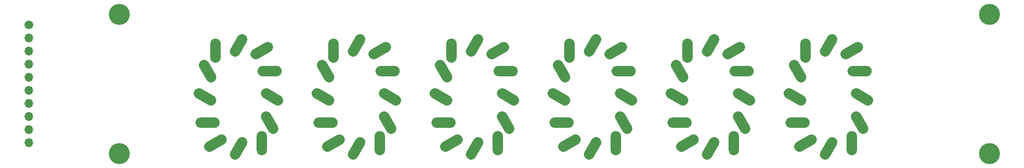
<source format=gbr>
G04 #@! TF.FileFunction,Soldermask,Bot*
%FSLAX46Y46*%
G04 Gerber Fmt 4.6, Leading zero omitted, Abs format (unit mm)*
G04 Created by KiCad (PCBNEW 4.0.2-stable) date 13/08/2017 21:16:23*
%MOMM*%
G01*
G04 APERTURE LIST*
%ADD10C,0.100000*%
%ADD11C,2.000000*%
%ADD12O,4.700000X2.000000*%
%ADD13O,2.000000X4.700000*%
%ADD14C,4.064000*%
%ADD15C,1.700000*%
%ADD16O,1.700000X1.700000*%
G04 APERTURE END LIST*
D10*
D11*
X105735000Y-69669134D02*
X104385000Y-67330866D01*
X93390866Y-73175000D02*
X95729134Y-71825000D01*
D12*
X93060000Y-68500000D03*
D11*
X93729134Y-64175000D02*
X91390866Y-62825000D01*
X93735000Y-59669134D02*
X92385000Y-57330866D01*
D13*
X94560000Y-54500000D03*
D11*
X98385000Y-54669134D02*
X99735000Y-52330866D01*
X102390866Y-55175000D02*
X104729134Y-53825000D01*
D12*
X105060000Y-58500000D03*
D11*
X106729134Y-64175000D02*
X104390866Y-62825000D01*
D13*
X103560000Y-72500000D03*
D11*
X98385000Y-74669134D02*
X99735000Y-72330866D01*
X151455000Y-69669134D02*
X150105000Y-67330866D01*
X139110866Y-73175000D02*
X141449134Y-71825000D01*
D12*
X138780000Y-68500000D03*
D11*
X139449134Y-64175000D02*
X137110866Y-62825000D01*
X139455000Y-59669134D02*
X138105000Y-57330866D01*
D13*
X140280000Y-54500000D03*
D11*
X144105000Y-54669134D02*
X145455000Y-52330866D01*
X148110866Y-55175000D02*
X150449134Y-53825000D01*
D12*
X150780000Y-58500000D03*
D11*
X152449134Y-64175000D02*
X150110866Y-62825000D01*
D13*
X149280000Y-72500000D03*
D11*
X144105000Y-74669134D02*
X145455000Y-72330866D01*
X174315000Y-69669134D02*
X172965000Y-67330866D01*
X161970866Y-73175000D02*
X164309134Y-71825000D01*
D12*
X161640000Y-68500000D03*
D11*
X162309134Y-64175000D02*
X159970866Y-62825000D01*
X162315000Y-59669134D02*
X160965000Y-57330866D01*
D13*
X163140000Y-54500000D03*
D11*
X166965000Y-54669134D02*
X168315000Y-52330866D01*
X170970866Y-55175000D02*
X173309134Y-53825000D01*
D12*
X173640000Y-58500000D03*
D11*
X175309134Y-64175000D02*
X172970866Y-62825000D01*
D13*
X172140000Y-72500000D03*
D11*
X166965000Y-74669134D02*
X168315000Y-72330866D01*
X197175000Y-69669134D02*
X195825000Y-67330866D01*
X184830866Y-73175000D02*
X187169134Y-71825000D01*
D12*
X184500000Y-68500000D03*
D11*
X185169134Y-64175000D02*
X182830866Y-62825000D01*
X185175000Y-59669134D02*
X183825000Y-57330866D01*
D13*
X186000000Y-54500000D03*
D11*
X189825000Y-54669134D02*
X191175000Y-52330866D01*
X193830866Y-55175000D02*
X196169134Y-53825000D01*
D12*
X196500000Y-58500000D03*
D11*
X198169134Y-64175000D02*
X195830866Y-62825000D01*
D13*
X195000000Y-72500000D03*
D11*
X189825000Y-74669134D02*
X191175000Y-72330866D01*
X220035000Y-69669134D02*
X218685000Y-67330866D01*
X207690866Y-73175000D02*
X210029134Y-71825000D01*
D12*
X207360000Y-68500000D03*
D11*
X208029134Y-64175000D02*
X205690866Y-62825000D01*
X208035000Y-59669134D02*
X206685000Y-57330866D01*
D13*
X208860000Y-54500000D03*
D11*
X212685000Y-54669134D02*
X214035000Y-52330866D01*
X216690866Y-55175000D02*
X219029134Y-53825000D01*
D12*
X219360000Y-58500000D03*
D11*
X221029134Y-64175000D02*
X218690866Y-62825000D01*
D13*
X217860000Y-72500000D03*
D11*
X212685000Y-74669134D02*
X214035000Y-72330866D01*
X128595000Y-69669134D02*
X127245000Y-67330866D01*
X116250866Y-73175000D02*
X118589134Y-71825000D01*
D12*
X115920000Y-68500000D03*
D11*
X116589134Y-64175000D02*
X114250866Y-62825000D01*
X116595000Y-59669134D02*
X115245000Y-57330866D01*
D13*
X117420000Y-54500000D03*
D11*
X121245000Y-54669134D02*
X122595000Y-52330866D01*
X125250866Y-55175000D02*
X127589134Y-53825000D01*
D12*
X127920000Y-58500000D03*
D11*
X129589134Y-64175000D02*
X127250866Y-62825000D01*
D13*
X126420000Y-72500000D03*
D11*
X121245000Y-74669134D02*
X122595000Y-72330866D01*
D14*
X244500000Y-47500000D03*
X244500000Y-74500000D03*
X76000000Y-47500000D03*
X76000000Y-74500000D03*
D15*
X58420000Y-49530000D03*
D16*
X58420000Y-52070000D03*
X58420000Y-54610000D03*
X58420000Y-57150000D03*
X58420000Y-59690000D03*
X58420000Y-62230000D03*
X58420000Y-64770000D03*
X58420000Y-67310000D03*
X58420000Y-69850000D03*
X58420000Y-72390000D03*
M02*

</source>
